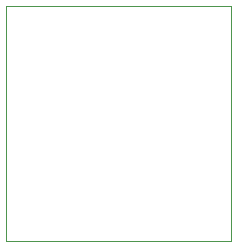
<source format=gm1>
%TF.GenerationSoftware,KiCad,Pcbnew,7.0.0-da2b9df05c~163~ubuntu22.04.1*%
%TF.CreationDate,2023-02-27T17:45:44+00:00*%
%TF.ProjectId,straightusb3,73747261-6967-4687-9475-7362332e6b69,rev?*%
%TF.SameCoordinates,Original*%
%TF.FileFunction,Profile,NP*%
%FSLAX46Y46*%
G04 Gerber Fmt 4.6, Leading zero omitted, Abs format (unit mm)*
G04 Created by KiCad (PCBNEW 7.0.0-da2b9df05c~163~ubuntu22.04.1) date 2023-02-27 17:45:44*
%MOMM*%
%LPD*%
G01*
G04 APERTURE LIST*
%TA.AperFunction,Profile*%
%ADD10C,0.100000*%
%TD*%
G04 APERTURE END LIST*
D10*
X148209000Y-94234000D02*
X167259000Y-94234000D01*
X167259000Y-94234000D02*
X167259000Y-114173000D01*
X167259000Y-114173000D02*
X148209000Y-114173000D01*
X148209000Y-114173000D02*
X148209000Y-94234000D01*
M02*

</source>
